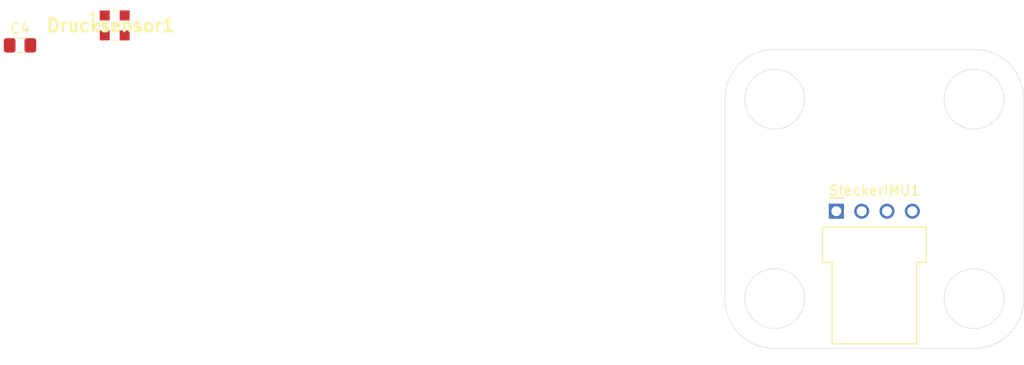
<source format=kicad_pcb>
(kicad_pcb (version 20241229) (generator "pcbnew") (generator_version "9.0")
  (layers (0 "F.Cu" signal) (2 "B.Cu" signal) (13 "F.Paste" user) (15 "B.Paste" user) (5 "F.SilkS" user "F.Silkscreen") (7 "B.SilkS" user "B.Silkscreen") (1 "F.Mask" user) (3 "B.Mask" user) (25 "Edge.Cuts" user))
  (net 0 "")
  (net 1 "GND")
  (net 2 "+3V3")
  (net 3 "/SDA")
  (net 4 "/SCL")
  (footprint "SamacSys_Parts:MS583730BA0150" (layer "F.Cu") (at 38.6 45)
    (property "Reference" "Drucksensor1" (at 0 0 0) (layer "F.SilkS") (effects (font (size 1.27 1.27) (thickness 0.254))))
    (property "Value" "MS583730BA01-50" (hide yes))
    (fp_line (start -1.8 -1.2) (end -1.8 -1.2) (stroke (width 0.2)) (layer "F.SilkS"))
    (fp_line (start -1.8 -1) (end -1.8 -1) (stroke (width 0.2)) (layer "F.SilkS"))
    (fp_line (start -1.1 -0.2) (end -1.1 0.2) (stroke (width 0.1)) (layer "F.SilkS"))
    (fp_line (start 0.2 -1.5) (end 0.6 -1.5) (stroke (width 0.1)) (layer "F.SilkS"))
    (fp_line (start 0.2 1.5) (end 0.6 1.5) (stroke (width 0.1)) (layer "F.SilkS"))
    (fp_line (start 1.9 0.2) (end 1.9 -0.2) (stroke (width 0.1)) (layer "F.SilkS"))
    (fp_arc (start -1.8 -1.2) (mid -1.7 -1.1) (end -1.8 -1) (stroke (width 0.2)) (layer "F.SilkS"))
    (fp_arc (start -1.8 -1) (mid -1.9 -1.1) (end -1.8 -1.2) (stroke (width 0.2)) (layer "F.SilkS"))
    (pad "1" smd rect (at -0.6 -1 90) (size 1 1) (layers "F.Cu" "F.Mask" "F.Paste") (net 1 "GND"))
    (pad "2" smd rect (at -0.6 1 90) (size 1 1) (layers "F.Cu" "F.Mask" "F.Paste") (net 2 "+3V3"))
    (pad "3" smd rect (at 1.4 1 90) (size 1 1) (layers "F.Cu" "F.Mask" "F.Paste") (net 4 "/SCL"))
    (pad "4" smd rect (at 1.4 -1 90) (size 1 1) (layers "F.Cu" "F.Mask" "F.Paste") (net 3 "/SDA"))
  )
  (footprint "Capacitor_SMD:C_0805_2012Metric_Pad1.18x1.45mm_HandSolder" (layer "F.Cu") (at 29.5 47)
    (property "Reference" "C4" (at 0 -1.68 0) (layer "F.SilkS"))
    (property "Value" "100n")
    (fp_line (start -0.261252 -0.735) (end 0.261252 -0.735) (stroke (width 0.12)) (layer "F.SilkS"))
    (fp_line (start -0.261252 0.735) (end 0.261252 0.735) (stroke (width 0.12)) (layer "F.SilkS"))
    (pad "1" smd roundrect (at -1.0375 0) (size 1.175 1.45) (layers "F.Cu" "F.Mask" "F.Paste") (roundrect_rratio 0.212766) (net 1 "GND"))
    (pad "2" smd roundrect (at 1.0375 0) (size 1.175 1.45) (layers "F.Cu" "F.Mask" "F.Paste") (roundrect_rratio 0.212766) (net 1 "GND"))
  )
  (footprint "Connector_THT_Wurth:J_Wurth_WR-WTB_61900411021" (layer "F.Cu") (at 111.39 63.635)
    (property "Reference" "SteckerIMU1" (at 3.81 -2.075 0) (layer "F.SilkS"))
    (property "Value" "61900411021")
    (fp_line (start -1.4 1.59) (end -1.4 5.11) (stroke (width 0.12)) (layer "F.SilkS"))
    (fp_line (start -1.4 5.11) (end -0.43 5.11) (stroke (width 0.12)) (layer "F.SilkS"))
    (fp_line (start -0.75 -1.335) (end 0.75 -1.335) (stroke (width 0.12)) (layer "F.SilkS"))
    (fp_line (start -0.43 5.11) (end -0.43 13.31) (stroke (width 0.12)) (layer "F.SilkS"))
    (fp_line (start -0.43 13.31) (end 8.05 13.31) (stroke (width 0.12)) (layer "F.SilkS"))
    (fp_line (start 8.05 5.11) (end 9.02 5.11) (stroke (width 0.12)) (layer "F.SilkS"))
    (fp_line (start 8.05 13.31) (end 8.05 5.11) (stroke (width 0.12)) (layer "F.SilkS"))
    (fp_line (start 9.02 1.59) (end -1.4 1.59) (stroke (width 0.12)) (layer "F.SilkS"))
    (fp_line (start 9.02 5.11) (end 9.02 1.59) (stroke (width 0.12)) (layer "F.SilkS"))
    (pad "1" thru_hole rect (at 0 0 180) (size 1.5 1.5) (drill 1) (layers "*.Cu" "*.Mask") (net 2 "+3V3"))
    (pad "2" thru_hole circle (at 2.54 0 180) (size 1.5 1.5) (drill 1) (layers "*.Cu" "*.Mask") (net 1 "GND"))
    (pad "3" thru_hole circle (at 5.08 0 180) (size 1.5 1.5) (drill 1) (layers "*.Cu" "*.Mask") (net 3 "/SDA"))
    (pad "4" thru_hole circle (at 7.62 0 180) (size 1.5 1.5) (drill 1) (layers "*.Cu" "*.Mask") (net 4 "/SCL"))
  )
  (gr_line (start 119.2 47.4) (end 125.2 47.4) (stroke (width 0.05)) (layer "Edge.Cuts"))
  (gr_line (start 105.2 47.4) (end 119.2 47.4) (stroke (width 0.05)) (layer "Edge.Cuts"))
  (gr_line (start 125.2 77.4) (end 105.2 77.4) (stroke (width 0.05)) (layer "Edge.Cuts"))
  (gr_circle (center 105.2 72.4) (end 108.2 72.4) (stroke (width 0.05)) (fill no) (layer "Edge.Cuts"))
  (gr_arc (start 130.2 72.4) (mid 128.735534 75.935534) (end 125.2 77.4) (stroke (width 0.05)) (layer "Edge.Cuts"))
  (gr_line (start 100.2 72.4) (end 100.2 53.8) (stroke (width 0.05)) (layer "Edge.Cuts"))
  (gr_line (start 100.2 53.8) (end 100.2 52.4) (stroke (width 0.05)) (layer "Edge.Cuts"))
  (gr_line (start 130.2 52.4) (end 130.2 72.4) (stroke (width 0.05)) (layer "Edge.Cuts"))
  (gr_arc (start 105.2 77.4) (mid 101.664466 75.935534) (end 100.2 72.4) (stroke (width 0.05)) (layer "Edge.Cuts"))
  (gr_circle (center 125.2 72.4) (end 128.2 72.4) (stroke (width 0.05)) (fill no) (layer "Edge.Cuts"))
  (gr_arc (start 125.2 47.4) (mid 128.735534 48.864466) (end 130.2 52.4) (stroke (width 0.05)) (layer "Edge.Cuts"))
  (gr_circle (center 105.2 52.4) (end 108.2 52.4) (stroke (width 0.05)) (fill no) (layer "Edge.Cuts"))
  (gr_arc (start 100.2 52.4) (mid 101.664466 48.864466) (end 105.2 47.4) (stroke (width 0.05)) (layer "Edge.Cuts"))
  (gr_circle (center 125.2 52.4) (end 128.2 52.4) (stroke (width 0.05)) (fill no) (layer "Edge.Cuts"))
)
</source>
